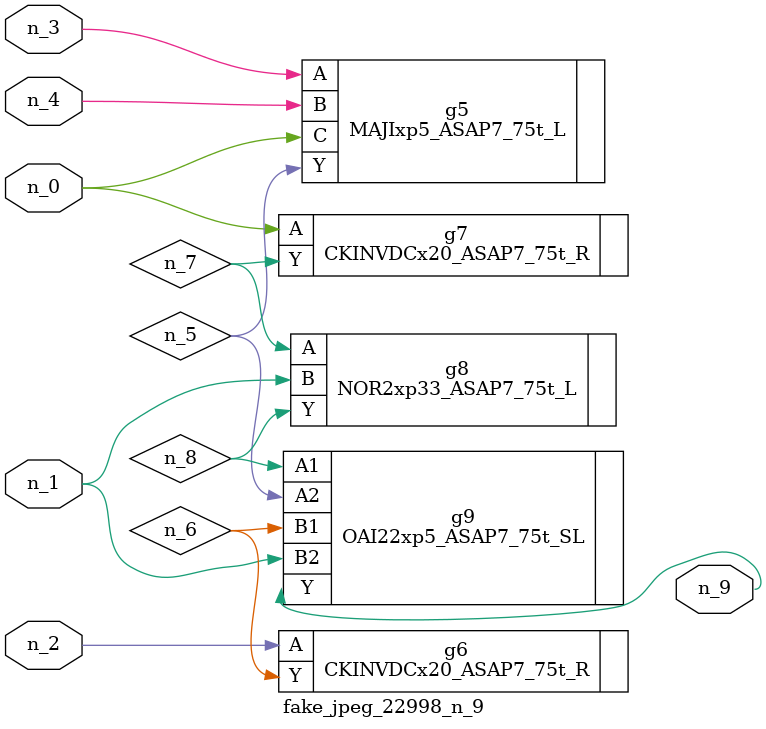
<source format=v>
module fake_jpeg_22998_n_9 (n_3, n_2, n_1, n_0, n_4, n_9);

input n_3;
input n_2;
input n_1;
input n_0;
input n_4;

output n_9;

wire n_8;
wire n_6;
wire n_5;
wire n_7;

MAJIxp5_ASAP7_75t_L g5 ( 
.A(n_3),
.B(n_4),
.C(n_0),
.Y(n_5)
);

CKINVDCx20_ASAP7_75t_R g6 ( 
.A(n_2),
.Y(n_6)
);

CKINVDCx20_ASAP7_75t_R g7 ( 
.A(n_0),
.Y(n_7)
);

NOR2xp33_ASAP7_75t_L g8 ( 
.A(n_7),
.B(n_1),
.Y(n_8)
);

OAI22xp5_ASAP7_75t_SL g9 ( 
.A1(n_8),
.A2(n_5),
.B1(n_6),
.B2(n_1),
.Y(n_9)
);


endmodule
</source>
